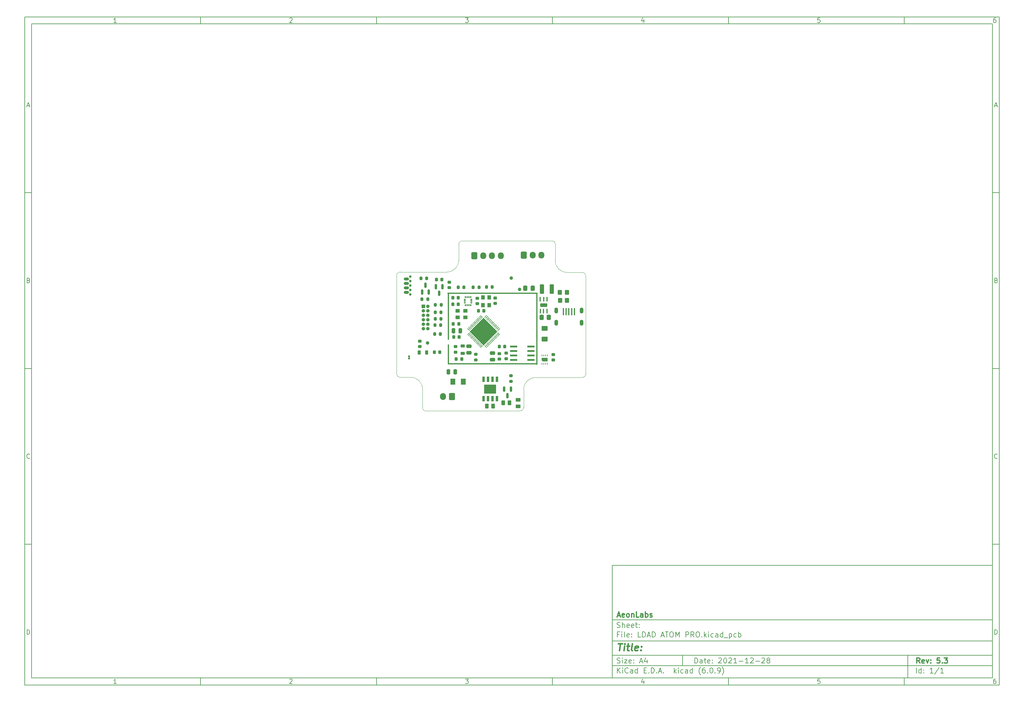
<source format=gbr>
G04 #@! TF.GenerationSoftware,KiCad,Pcbnew,(6.0.9)*
G04 #@! TF.CreationDate,2022-11-30T10:01:03+01:00*
G04 #@! TF.ProjectId,LDAD ATOM PRO,4c444144-2041-4544-9f4d-2050524f2e6b,5.3*
G04 #@! TF.SameCoordinates,Original*
G04 #@! TF.FileFunction,Soldermask,Top*
G04 #@! TF.FilePolarity,Negative*
%FSLAX46Y46*%
G04 Gerber Fmt 4.6, Leading zero omitted, Abs format (unit mm)*
G04 Created by KiCad (PCBNEW (6.0.9)) date 2022-11-30 10:01:03*
%MOMM*%
%LPD*%
G01*
G04 APERTURE LIST*
G04 Aperture macros list*
%AMRoundRect*
0 Rectangle with rounded corners*
0 $1 Rounding radius*
0 $2 $3 $4 $5 $6 $7 $8 $9 X,Y pos of 4 corners*
0 Add a 4 corners polygon primitive as box body*
4,1,4,$2,$3,$4,$5,$6,$7,$8,$9,$2,$3,0*
0 Add four circle primitives for the rounded corners*
1,1,$1+$1,$2,$3*
1,1,$1+$1,$4,$5*
1,1,$1+$1,$6,$7*
1,1,$1+$1,$8,$9*
0 Add four rect primitives between the rounded corners*
20,1,$1+$1,$2,$3,$4,$5,0*
20,1,$1+$1,$4,$5,$6,$7,0*
20,1,$1+$1,$6,$7,$8,$9,0*
20,1,$1+$1,$8,$9,$2,$3,0*%
%AMRotRect*
0 Rectangle, with rotation*
0 The origin of the aperture is its center*
0 $1 length*
0 $2 width*
0 $3 Rotation angle, in degrees counterclockwise*
0 Add horizontal line*
21,1,$1,$2,0,0,$3*%
%AMFreePoly0*
4,1,6,0.500000,-0.850000,-0.500000,-0.850000,-0.500000,0.550000,-0.200000,0.850000,0.500000,0.850000,0.500000,-0.850000,0.500000,-0.850000,$1*%
G04 Aperture macros list end*
%ADD10C,0.100000*%
%ADD11C,0.150000*%
%ADD12C,0.300000*%
%ADD13C,0.400000*%
G04 #@! TA.AperFunction,Profile*
%ADD14C,0.120000*%
G04 #@! TD*
%ADD15RoundRect,0.225000X-0.250000X0.225000X-0.250000X-0.225000X0.250000X-0.225000X0.250000X0.225000X0*%
%ADD16RoundRect,0.250000X-0.262500X-0.450000X0.262500X-0.450000X0.262500X0.450000X-0.262500X0.450000X0*%
%ADD17RoundRect,0.250000X0.475000X-0.250000X0.475000X0.250000X-0.475000X0.250000X-0.475000X-0.250000X0*%
%ADD18RoundRect,0.250000X0.350000X0.450000X-0.350000X0.450000X-0.350000X-0.450000X0.350000X-0.450000X0*%
%ADD19RoundRect,0.200000X-0.200000X-0.275000X0.200000X-0.275000X0.200000X0.275000X-0.200000X0.275000X0*%
%ADD20R,1.300000X1.000000*%
%ADD21RoundRect,0.225000X0.225000X0.250000X-0.225000X0.250000X-0.225000X-0.250000X0.225000X-0.250000X0*%
%ADD22R,1.000000X1.000000*%
%ADD23O,1.000000X1.000000*%
%ADD24RoundRect,0.050000X-0.238649X-0.309359X0.309359X0.238649X0.238649X0.309359X-0.309359X-0.238649X0*%
%ADD25RoundRect,0.050000X0.238649X-0.309359X0.309359X-0.238649X-0.238649X0.309359X-0.309359X0.238649X0*%
%ADD26RotRect,5.600000X5.600000X45.000000*%
%ADD27RoundRect,0.250001X-0.624999X0.462499X-0.624999X-0.462499X0.624999X-0.462499X0.624999X0.462499X0*%
%ADD28RoundRect,0.200000X0.275000X-0.200000X0.275000X0.200000X-0.275000X0.200000X-0.275000X-0.200000X0*%
%ADD29RoundRect,0.200000X0.200000X0.275000X-0.200000X0.275000X-0.200000X-0.275000X0.200000X-0.275000X0*%
%ADD30RoundRect,0.225000X-0.225000X-0.250000X0.225000X-0.250000X0.225000X0.250000X-0.225000X0.250000X0*%
%ADD31R,0.400000X2.000000*%
%ADD32O,1.100000X1.700000*%
%ADD33RoundRect,0.225000X0.250000X-0.225000X0.250000X0.225000X-0.250000X0.225000X-0.250000X-0.225000X0*%
%ADD34R,0.250000X0.550000*%
%ADD35FreePoly0,90.000000*%
%ADD36RoundRect,0.250000X-0.450000X0.262500X-0.450000X-0.262500X0.450000X-0.262500X0.450000X0.262500X0*%
%ADD37RoundRect,0.250000X0.337500X0.475000X-0.337500X0.475000X-0.337500X-0.475000X0.337500X-0.475000X0*%
%ADD38C,1.000000*%
%ADD39RoundRect,0.250000X0.250000X0.475000X-0.250000X0.475000X-0.250000X-0.475000X0.250000X-0.475000X0*%
%ADD40RoundRect,0.250000X-0.600000X-0.725000X0.600000X-0.725000X0.600000X0.725000X-0.600000X0.725000X0*%
%ADD41O,1.700000X1.950000*%
%ADD42RoundRect,0.250000X-0.375000X-1.075000X0.375000X-1.075000X0.375000X1.075000X-0.375000X1.075000X0*%
%ADD43RoundRect,0.150000X-0.150000X0.587500X-0.150000X-0.587500X0.150000X-0.587500X0.150000X0.587500X0*%
%ADD44RoundRect,0.150000X0.150000X-0.587500X0.150000X0.587500X-0.150000X0.587500X-0.150000X-0.587500X0*%
%ADD45RoundRect,0.218750X0.381250X-0.218750X0.381250X0.218750X-0.381250X0.218750X-0.381250X-0.218750X0*%
%ADD46R,25.500000X0.400000*%
%ADD47RoundRect,0.250000X-0.250000X-0.475000X0.250000X-0.475000X0.250000X0.475000X-0.250000X0.475000X0*%
%ADD48R,0.400000X20.500000*%
%ADD49RoundRect,0.100000X-0.100000X-0.550000X0.100000X-0.550000X0.100000X0.550000X-0.100000X0.550000X0*%
%ADD50RoundRect,0.262500X0.737500X0.262500X-0.737500X0.262500X-0.737500X-0.262500X0.737500X-0.262500X0*%
%ADD51RoundRect,0.100000X0.100000X0.550000X-0.100000X0.550000X-0.100000X-0.550000X0.100000X-0.550000X0*%
%ADD52R,0.700000X1.525000*%
%ADD53R,3.402000X2.513000*%
%ADD54RoundRect,0.218750X-0.218750X-0.381250X0.218750X-0.381250X0.218750X0.381250X-0.218750X0.381250X0*%
%ADD55RoundRect,0.250000X-0.350000X-0.450000X0.350000X-0.450000X0.350000X0.450000X-0.350000X0.450000X0*%
%ADD56RoundRect,0.250000X0.600000X0.750000X-0.600000X0.750000X-0.600000X-0.750000X0.600000X-0.750000X0*%
%ADD57O,1.700000X2.000000*%
%ADD58R,0.400000X5.700000*%
%ADD59R,0.500000X0.500000*%
%ADD60RoundRect,0.200000X-0.275000X0.200000X-0.275000X-0.200000X0.275000X-0.200000X0.275000X0.200000X0*%
%ADD61R,25.400000X0.400000*%
%ADD62RoundRect,0.250001X0.462499X0.624999X-0.462499X0.624999X-0.462499X-0.624999X0.462499X-0.624999X0*%
%ADD63R,0.400000X13.300000*%
%ADD64RoundRect,0.041300X0.948700X0.253700X-0.948700X0.253700X-0.948700X-0.253700X0.948700X-0.253700X0*%
%ADD65R,0.350000X0.580000*%
%ADD66R,0.580000X0.350000*%
%ADD67R,1.000000X1.300000*%
%ADD68RoundRect,0.250000X0.262500X0.450000X-0.262500X0.450000X-0.262500X-0.450000X0.262500X-0.450000X0*%
%ADD69C,0.700000*%
%ADD70O,1.500000X0.800000*%
G04 APERTURE END LIST*
D10*
D11*
X177002200Y-166007200D02*
X177002200Y-198007200D01*
X285002200Y-198007200D01*
X285002200Y-166007200D01*
X177002200Y-166007200D01*
D10*
D11*
X10000000Y-10000000D02*
X10000000Y-200007200D01*
X287002200Y-200007200D01*
X287002200Y-10000000D01*
X10000000Y-10000000D01*
D10*
D11*
X12000000Y-12000000D02*
X12000000Y-198007200D01*
X285002200Y-198007200D01*
X285002200Y-12000000D01*
X12000000Y-12000000D01*
D10*
D11*
X60000000Y-12000000D02*
X60000000Y-10000000D01*
D10*
D11*
X110000000Y-12000000D02*
X110000000Y-10000000D01*
D10*
D11*
X160000000Y-12000000D02*
X160000000Y-10000000D01*
D10*
D11*
X210000000Y-12000000D02*
X210000000Y-10000000D01*
D10*
D11*
X260000000Y-12000000D02*
X260000000Y-10000000D01*
D10*
D11*
X36065476Y-11588095D02*
X35322619Y-11588095D01*
X35694047Y-11588095D02*
X35694047Y-10288095D01*
X35570238Y-10473809D01*
X35446428Y-10597619D01*
X35322619Y-10659523D01*
D10*
D11*
X85322619Y-10411904D02*
X85384523Y-10350000D01*
X85508333Y-10288095D01*
X85817857Y-10288095D01*
X85941666Y-10350000D01*
X86003571Y-10411904D01*
X86065476Y-10535714D01*
X86065476Y-10659523D01*
X86003571Y-10845238D01*
X85260714Y-11588095D01*
X86065476Y-11588095D01*
D10*
D11*
X135260714Y-10288095D02*
X136065476Y-10288095D01*
X135632142Y-10783333D01*
X135817857Y-10783333D01*
X135941666Y-10845238D01*
X136003571Y-10907142D01*
X136065476Y-11030952D01*
X136065476Y-11340476D01*
X136003571Y-11464285D01*
X135941666Y-11526190D01*
X135817857Y-11588095D01*
X135446428Y-11588095D01*
X135322619Y-11526190D01*
X135260714Y-11464285D01*
D10*
D11*
X185941666Y-10721428D02*
X185941666Y-11588095D01*
X185632142Y-10226190D02*
X185322619Y-11154761D01*
X186127380Y-11154761D01*
D10*
D11*
X236003571Y-10288095D02*
X235384523Y-10288095D01*
X235322619Y-10907142D01*
X235384523Y-10845238D01*
X235508333Y-10783333D01*
X235817857Y-10783333D01*
X235941666Y-10845238D01*
X236003571Y-10907142D01*
X236065476Y-11030952D01*
X236065476Y-11340476D01*
X236003571Y-11464285D01*
X235941666Y-11526190D01*
X235817857Y-11588095D01*
X235508333Y-11588095D01*
X235384523Y-11526190D01*
X235322619Y-11464285D01*
D10*
D11*
X285941666Y-10288095D02*
X285694047Y-10288095D01*
X285570238Y-10350000D01*
X285508333Y-10411904D01*
X285384523Y-10597619D01*
X285322619Y-10845238D01*
X285322619Y-11340476D01*
X285384523Y-11464285D01*
X285446428Y-11526190D01*
X285570238Y-11588095D01*
X285817857Y-11588095D01*
X285941666Y-11526190D01*
X286003571Y-11464285D01*
X286065476Y-11340476D01*
X286065476Y-11030952D01*
X286003571Y-10907142D01*
X285941666Y-10845238D01*
X285817857Y-10783333D01*
X285570238Y-10783333D01*
X285446428Y-10845238D01*
X285384523Y-10907142D01*
X285322619Y-11030952D01*
D10*
D11*
X60000000Y-198007200D02*
X60000000Y-200007200D01*
D10*
D11*
X110000000Y-198007200D02*
X110000000Y-200007200D01*
D10*
D11*
X160000000Y-198007200D02*
X160000000Y-200007200D01*
D10*
D11*
X210000000Y-198007200D02*
X210000000Y-200007200D01*
D10*
D11*
X260000000Y-198007200D02*
X260000000Y-200007200D01*
D10*
D11*
X36065476Y-199595295D02*
X35322619Y-199595295D01*
X35694047Y-199595295D02*
X35694047Y-198295295D01*
X35570238Y-198481009D01*
X35446428Y-198604819D01*
X35322619Y-198666723D01*
D10*
D11*
X85322619Y-198419104D02*
X85384523Y-198357200D01*
X85508333Y-198295295D01*
X85817857Y-198295295D01*
X85941666Y-198357200D01*
X86003571Y-198419104D01*
X86065476Y-198542914D01*
X86065476Y-198666723D01*
X86003571Y-198852438D01*
X85260714Y-199595295D01*
X86065476Y-199595295D01*
D10*
D11*
X135260714Y-198295295D02*
X136065476Y-198295295D01*
X135632142Y-198790533D01*
X135817857Y-198790533D01*
X135941666Y-198852438D01*
X136003571Y-198914342D01*
X136065476Y-199038152D01*
X136065476Y-199347676D01*
X136003571Y-199471485D01*
X135941666Y-199533390D01*
X135817857Y-199595295D01*
X135446428Y-199595295D01*
X135322619Y-199533390D01*
X135260714Y-199471485D01*
D10*
D11*
X185941666Y-198728628D02*
X185941666Y-199595295D01*
X185632142Y-198233390D02*
X185322619Y-199161961D01*
X186127380Y-199161961D01*
D10*
D11*
X236003571Y-198295295D02*
X235384523Y-198295295D01*
X235322619Y-198914342D01*
X235384523Y-198852438D01*
X235508333Y-198790533D01*
X235817857Y-198790533D01*
X235941666Y-198852438D01*
X236003571Y-198914342D01*
X236065476Y-199038152D01*
X236065476Y-199347676D01*
X236003571Y-199471485D01*
X235941666Y-199533390D01*
X235817857Y-199595295D01*
X235508333Y-199595295D01*
X235384523Y-199533390D01*
X235322619Y-199471485D01*
D10*
D11*
X285941666Y-198295295D02*
X285694047Y-198295295D01*
X285570238Y-198357200D01*
X285508333Y-198419104D01*
X285384523Y-198604819D01*
X285322619Y-198852438D01*
X285322619Y-199347676D01*
X285384523Y-199471485D01*
X285446428Y-199533390D01*
X285570238Y-199595295D01*
X285817857Y-199595295D01*
X285941666Y-199533390D01*
X286003571Y-199471485D01*
X286065476Y-199347676D01*
X286065476Y-199038152D01*
X286003571Y-198914342D01*
X285941666Y-198852438D01*
X285817857Y-198790533D01*
X285570238Y-198790533D01*
X285446428Y-198852438D01*
X285384523Y-198914342D01*
X285322619Y-199038152D01*
D10*
D11*
X10000000Y-60000000D02*
X12000000Y-60000000D01*
D10*
D11*
X10000000Y-110000000D02*
X12000000Y-110000000D01*
D10*
D11*
X10000000Y-160000000D02*
X12000000Y-160000000D01*
D10*
D11*
X10690476Y-35216666D02*
X11309523Y-35216666D01*
X10566666Y-35588095D02*
X11000000Y-34288095D01*
X11433333Y-35588095D01*
D10*
D11*
X11092857Y-84907142D02*
X11278571Y-84969047D01*
X11340476Y-85030952D01*
X11402380Y-85154761D01*
X11402380Y-85340476D01*
X11340476Y-85464285D01*
X11278571Y-85526190D01*
X11154761Y-85588095D01*
X10659523Y-85588095D01*
X10659523Y-84288095D01*
X11092857Y-84288095D01*
X11216666Y-84350000D01*
X11278571Y-84411904D01*
X11340476Y-84535714D01*
X11340476Y-84659523D01*
X11278571Y-84783333D01*
X11216666Y-84845238D01*
X11092857Y-84907142D01*
X10659523Y-84907142D01*
D10*
D11*
X11402380Y-135464285D02*
X11340476Y-135526190D01*
X11154761Y-135588095D01*
X11030952Y-135588095D01*
X10845238Y-135526190D01*
X10721428Y-135402380D01*
X10659523Y-135278571D01*
X10597619Y-135030952D01*
X10597619Y-134845238D01*
X10659523Y-134597619D01*
X10721428Y-134473809D01*
X10845238Y-134350000D01*
X11030952Y-134288095D01*
X11154761Y-134288095D01*
X11340476Y-134350000D01*
X11402380Y-134411904D01*
D10*
D11*
X10659523Y-185588095D02*
X10659523Y-184288095D01*
X10969047Y-184288095D01*
X11154761Y-184350000D01*
X11278571Y-184473809D01*
X11340476Y-184597619D01*
X11402380Y-184845238D01*
X11402380Y-185030952D01*
X11340476Y-185278571D01*
X11278571Y-185402380D01*
X11154761Y-185526190D01*
X10969047Y-185588095D01*
X10659523Y-185588095D01*
D10*
D11*
X287002200Y-60000000D02*
X285002200Y-60000000D01*
D10*
D11*
X287002200Y-110000000D02*
X285002200Y-110000000D01*
D10*
D11*
X287002200Y-160000000D02*
X285002200Y-160000000D01*
D10*
D11*
X285692676Y-35216666D02*
X286311723Y-35216666D01*
X285568866Y-35588095D02*
X286002200Y-34288095D01*
X286435533Y-35588095D01*
D10*
D11*
X286095057Y-84907142D02*
X286280771Y-84969047D01*
X286342676Y-85030952D01*
X286404580Y-85154761D01*
X286404580Y-85340476D01*
X286342676Y-85464285D01*
X286280771Y-85526190D01*
X286156961Y-85588095D01*
X285661723Y-85588095D01*
X285661723Y-84288095D01*
X286095057Y-84288095D01*
X286218866Y-84350000D01*
X286280771Y-84411904D01*
X286342676Y-84535714D01*
X286342676Y-84659523D01*
X286280771Y-84783333D01*
X286218866Y-84845238D01*
X286095057Y-84907142D01*
X285661723Y-84907142D01*
D10*
D11*
X286404580Y-135464285D02*
X286342676Y-135526190D01*
X286156961Y-135588095D01*
X286033152Y-135588095D01*
X285847438Y-135526190D01*
X285723628Y-135402380D01*
X285661723Y-135278571D01*
X285599819Y-135030952D01*
X285599819Y-134845238D01*
X285661723Y-134597619D01*
X285723628Y-134473809D01*
X285847438Y-134350000D01*
X286033152Y-134288095D01*
X286156961Y-134288095D01*
X286342676Y-134350000D01*
X286404580Y-134411904D01*
D10*
D11*
X285661723Y-185588095D02*
X285661723Y-184288095D01*
X285971247Y-184288095D01*
X286156961Y-184350000D01*
X286280771Y-184473809D01*
X286342676Y-184597619D01*
X286404580Y-184845238D01*
X286404580Y-185030952D01*
X286342676Y-185278571D01*
X286280771Y-185402380D01*
X286156961Y-185526190D01*
X285971247Y-185588095D01*
X285661723Y-185588095D01*
D10*
D11*
X200434342Y-193785771D02*
X200434342Y-192285771D01*
X200791485Y-192285771D01*
X201005771Y-192357200D01*
X201148628Y-192500057D01*
X201220057Y-192642914D01*
X201291485Y-192928628D01*
X201291485Y-193142914D01*
X201220057Y-193428628D01*
X201148628Y-193571485D01*
X201005771Y-193714342D01*
X200791485Y-193785771D01*
X200434342Y-193785771D01*
X202577200Y-193785771D02*
X202577200Y-193000057D01*
X202505771Y-192857200D01*
X202362914Y-192785771D01*
X202077200Y-192785771D01*
X201934342Y-192857200D01*
X202577200Y-193714342D02*
X202434342Y-193785771D01*
X202077200Y-193785771D01*
X201934342Y-193714342D01*
X201862914Y-193571485D01*
X201862914Y-193428628D01*
X201934342Y-193285771D01*
X202077200Y-193214342D01*
X202434342Y-193214342D01*
X202577200Y-193142914D01*
X203077200Y-192785771D02*
X203648628Y-192785771D01*
X203291485Y-192285771D02*
X203291485Y-193571485D01*
X203362914Y-193714342D01*
X203505771Y-193785771D01*
X203648628Y-193785771D01*
X204720057Y-193714342D02*
X204577200Y-193785771D01*
X204291485Y-193785771D01*
X204148628Y-193714342D01*
X204077200Y-193571485D01*
X204077200Y-193000057D01*
X204148628Y-192857200D01*
X204291485Y-192785771D01*
X204577200Y-192785771D01*
X204720057Y-192857200D01*
X204791485Y-193000057D01*
X204791485Y-193142914D01*
X204077200Y-193285771D01*
X205434342Y-193642914D02*
X205505771Y-193714342D01*
X205434342Y-193785771D01*
X205362914Y-193714342D01*
X205434342Y-193642914D01*
X205434342Y-193785771D01*
X205434342Y-192857200D02*
X205505771Y-192928628D01*
X205434342Y-193000057D01*
X205362914Y-192928628D01*
X205434342Y-192857200D01*
X205434342Y-193000057D01*
X207220057Y-192428628D02*
X207291485Y-192357200D01*
X207434342Y-192285771D01*
X207791485Y-192285771D01*
X207934342Y-192357200D01*
X208005771Y-192428628D01*
X208077200Y-192571485D01*
X208077200Y-192714342D01*
X208005771Y-192928628D01*
X207148628Y-193785771D01*
X208077200Y-193785771D01*
X209005771Y-192285771D02*
X209148628Y-192285771D01*
X209291485Y-192357200D01*
X209362914Y-192428628D01*
X209434342Y-192571485D01*
X209505771Y-192857200D01*
X209505771Y-193214342D01*
X209434342Y-193500057D01*
X209362914Y-193642914D01*
X209291485Y-193714342D01*
X209148628Y-193785771D01*
X209005771Y-193785771D01*
X208862914Y-193714342D01*
X208791485Y-193642914D01*
X208720057Y-193500057D01*
X208648628Y-193214342D01*
X208648628Y-192857200D01*
X208720057Y-192571485D01*
X208791485Y-192428628D01*
X208862914Y-192357200D01*
X209005771Y-192285771D01*
X210077200Y-192428628D02*
X210148628Y-192357200D01*
X210291485Y-192285771D01*
X210648628Y-192285771D01*
X210791485Y-192357200D01*
X210862914Y-192428628D01*
X210934342Y-192571485D01*
X210934342Y-192714342D01*
X210862914Y-192928628D01*
X210005771Y-193785771D01*
X210934342Y-193785771D01*
X212362914Y-193785771D02*
X211505771Y-193785771D01*
X211934342Y-193785771D02*
X211934342Y-192285771D01*
X211791485Y-192500057D01*
X211648628Y-192642914D01*
X211505771Y-192714342D01*
X213005771Y-193214342D02*
X214148628Y-193214342D01*
X215648628Y-193785771D02*
X214791485Y-193785771D01*
X215220057Y-193785771D02*
X215220057Y-192285771D01*
X215077200Y-192500057D01*
X214934342Y-192642914D01*
X214791485Y-192714342D01*
X216220057Y-192428628D02*
X216291485Y-192357200D01*
X216434342Y-192285771D01*
X216791485Y-192285771D01*
X216934342Y-192357200D01*
X217005771Y-192428628D01*
X217077200Y-192571485D01*
X217077200Y-192714342D01*
X217005771Y-192928628D01*
X216148628Y-193785771D01*
X217077200Y-193785771D01*
X217720057Y-193214342D02*
X218862914Y-193214342D01*
X219505771Y-192428628D02*
X219577200Y-192357200D01*
X219720057Y-192285771D01*
X220077200Y-192285771D01*
X220220057Y-192357200D01*
X220291485Y-192428628D01*
X220362914Y-192571485D01*
X220362914Y-192714342D01*
X220291485Y-192928628D01*
X219434342Y-193785771D01*
X220362914Y-193785771D01*
X221220057Y-192928628D02*
X221077200Y-192857200D01*
X221005771Y-192785771D01*
X220934342Y-192642914D01*
X220934342Y-192571485D01*
X221005771Y-192428628D01*
X221077200Y-192357200D01*
X221220057Y-192285771D01*
X221505771Y-192285771D01*
X221648628Y-192357200D01*
X221720057Y-192428628D01*
X221791485Y-192571485D01*
X221791485Y-192642914D01*
X221720057Y-192785771D01*
X221648628Y-192857200D01*
X221505771Y-192928628D01*
X221220057Y-192928628D01*
X221077200Y-193000057D01*
X221005771Y-193071485D01*
X220934342Y-193214342D01*
X220934342Y-193500057D01*
X221005771Y-193642914D01*
X221077200Y-193714342D01*
X221220057Y-193785771D01*
X221505771Y-193785771D01*
X221648628Y-193714342D01*
X221720057Y-193642914D01*
X221791485Y-193500057D01*
X221791485Y-193214342D01*
X221720057Y-193071485D01*
X221648628Y-193000057D01*
X221505771Y-192928628D01*
D10*
D11*
X177002200Y-194507200D02*
X285002200Y-194507200D01*
D10*
D11*
X178434342Y-196585771D02*
X178434342Y-195085771D01*
X179291485Y-196585771D02*
X178648628Y-195728628D01*
X179291485Y-195085771D02*
X178434342Y-195942914D01*
X179934342Y-196585771D02*
X179934342Y-195585771D01*
X179934342Y-195085771D02*
X179862914Y-195157200D01*
X179934342Y-195228628D01*
X180005771Y-195157200D01*
X179934342Y-195085771D01*
X179934342Y-195228628D01*
X181505771Y-196442914D02*
X181434342Y-196514342D01*
X181220057Y-196585771D01*
X181077200Y-196585771D01*
X180862914Y-196514342D01*
X180720057Y-196371485D01*
X180648628Y-196228628D01*
X180577200Y-195942914D01*
X180577200Y-195728628D01*
X180648628Y-195442914D01*
X180720057Y-195300057D01*
X180862914Y-195157200D01*
X181077200Y-195085771D01*
X181220057Y-195085771D01*
X181434342Y-195157200D01*
X181505771Y-195228628D01*
X182791485Y-196585771D02*
X182791485Y-195800057D01*
X182720057Y-195657200D01*
X182577200Y-195585771D01*
X182291485Y-195585771D01*
X182148628Y-195657200D01*
X182791485Y-196514342D02*
X182648628Y-196585771D01*
X182291485Y-196585771D01*
X182148628Y-196514342D01*
X182077200Y-196371485D01*
X182077200Y-196228628D01*
X182148628Y-196085771D01*
X182291485Y-196014342D01*
X182648628Y-196014342D01*
X182791485Y-195942914D01*
X184148628Y-196585771D02*
X184148628Y-195085771D01*
X184148628Y-196514342D02*
X184005771Y-196585771D01*
X183720057Y-196585771D01*
X183577200Y-196514342D01*
X183505771Y-196442914D01*
X183434342Y-196300057D01*
X183434342Y-195871485D01*
X183505771Y-195728628D01*
X183577200Y-195657200D01*
X183720057Y-195585771D01*
X184005771Y-195585771D01*
X184148628Y-195657200D01*
X186005771Y-195800057D02*
X186505771Y-195800057D01*
X186720057Y-196585771D02*
X186005771Y-196585771D01*
X186005771Y-195085771D01*
X186720057Y-195085771D01*
X187362914Y-196442914D02*
X187434342Y-196514342D01*
X187362914Y-196585771D01*
X187291485Y-196514342D01*
X187362914Y-196442914D01*
X187362914Y-196585771D01*
X188077200Y-196585771D02*
X188077200Y-195085771D01*
X188434342Y-195085771D01*
X188648628Y-195157200D01*
X188791485Y-195300057D01*
X188862914Y-195442914D01*
X188934342Y-195728628D01*
X188934342Y-195942914D01*
X188862914Y-196228628D01*
X188791485Y-196371485D01*
X188648628Y-196514342D01*
X188434342Y-196585771D01*
X188077200Y-196585771D01*
X189577200Y-196442914D02*
X189648628Y-196514342D01*
X189577200Y-196585771D01*
X189505771Y-196514342D01*
X189577200Y-196442914D01*
X189577200Y-196585771D01*
X190220057Y-196157200D02*
X190934342Y-196157200D01*
X190077200Y-196585771D02*
X190577200Y-195085771D01*
X191077200Y-196585771D01*
X191577200Y-196442914D02*
X191648628Y-196514342D01*
X191577200Y-196585771D01*
X191505771Y-196514342D01*
X191577200Y-196442914D01*
X191577200Y-196585771D01*
X194577200Y-196585771D02*
X194577200Y-195085771D01*
X194720057Y-196014342D02*
X195148628Y-196585771D01*
X195148628Y-195585771D02*
X194577200Y-196157200D01*
X195791485Y-196585771D02*
X195791485Y-195585771D01*
X195791485Y-195085771D02*
X195720057Y-195157200D01*
X195791485Y-195228628D01*
X195862914Y-195157200D01*
X195791485Y-195085771D01*
X195791485Y-195228628D01*
X197148628Y-196514342D02*
X197005771Y-196585771D01*
X196720057Y-196585771D01*
X196577200Y-196514342D01*
X196505771Y-196442914D01*
X196434342Y-196300057D01*
X196434342Y-195871485D01*
X196505771Y-195728628D01*
X196577200Y-195657200D01*
X196720057Y-195585771D01*
X197005771Y-195585771D01*
X197148628Y-195657200D01*
X198434342Y-196585771D02*
X198434342Y-195800057D01*
X198362914Y-195657200D01*
X198220057Y-195585771D01*
X197934342Y-195585771D01*
X197791485Y-195657200D01*
X198434342Y-196514342D02*
X198291485Y-196585771D01*
X197934342Y-196585771D01*
X197791485Y-196514342D01*
X197720057Y-196371485D01*
X197720057Y-196228628D01*
X197791485Y-196085771D01*
X197934342Y-196014342D01*
X198291485Y-196014342D01*
X198434342Y-195942914D01*
X199791485Y-196585771D02*
X199791485Y-195085771D01*
X199791485Y-196514342D02*
X199648628Y-196585771D01*
X199362914Y-196585771D01*
X199220057Y-196514342D01*
X199148628Y-196442914D01*
X199077200Y-196300057D01*
X199077200Y-195871485D01*
X199148628Y-195728628D01*
X199220057Y-195657200D01*
X199362914Y-195585771D01*
X199648628Y-195585771D01*
X199791485Y-195657200D01*
X202077200Y-197157200D02*
X202005771Y-197085771D01*
X201862914Y-196871485D01*
X201791485Y-196728628D01*
X201720057Y-196514342D01*
X201648628Y-196157200D01*
X201648628Y-195871485D01*
X201720057Y-195514342D01*
X201791485Y-195300057D01*
X201862914Y-195157200D01*
X202005771Y-194942914D01*
X202077200Y-194871485D01*
X203291485Y-195085771D02*
X203005771Y-195085771D01*
X202862914Y-195157200D01*
X202791485Y-195228628D01*
X202648628Y-195442914D01*
X202577200Y-195728628D01*
X202577200Y-196300057D01*
X202648628Y-196442914D01*
X202720057Y-196514342D01*
X202862914Y-196585771D01*
X203148628Y-196585771D01*
X203291485Y-196514342D01*
X203362914Y-196442914D01*
X203434342Y-196300057D01*
X203434342Y-195942914D01*
X203362914Y-195800057D01*
X203291485Y-195728628D01*
X203148628Y-195657200D01*
X202862914Y-195657200D01*
X202720057Y-195728628D01*
X202648628Y-195800057D01*
X202577200Y-195942914D01*
X204077200Y-196442914D02*
X204148628Y-196514342D01*
X204077200Y-196585771D01*
X204005771Y-196514342D01*
X204077200Y-196442914D01*
X204077200Y-196585771D01*
X205077200Y-195085771D02*
X205220057Y-195085771D01*
X205362914Y-195157200D01*
X205434342Y-195228628D01*
X205505771Y-195371485D01*
X205577200Y-195657200D01*
X205577200Y-196014342D01*
X205505771Y-196300057D01*
X205434342Y-196442914D01*
X205362914Y-196514342D01*
X205220057Y-196585771D01*
X205077200Y-196585771D01*
X204934342Y-196514342D01*
X204862914Y-196442914D01*
X204791485Y-196300057D01*
X204720057Y-196014342D01*
X204720057Y-195657200D01*
X204791485Y-195371485D01*
X204862914Y-195228628D01*
X204934342Y-195157200D01*
X205077200Y-195085771D01*
X206220057Y-196442914D02*
X206291485Y-196514342D01*
X206220057Y-196585771D01*
X206148628Y-196514342D01*
X206220057Y-196442914D01*
X206220057Y-196585771D01*
X207005771Y-196585771D02*
X207291485Y-196585771D01*
X207434342Y-196514342D01*
X207505771Y-196442914D01*
X207648628Y-196228628D01*
X207720057Y-195942914D01*
X207720057Y-195371485D01*
X207648628Y-195228628D01*
X207577200Y-195157200D01*
X207434342Y-195085771D01*
X207148628Y-195085771D01*
X207005771Y-195157200D01*
X206934342Y-195228628D01*
X206862914Y-195371485D01*
X206862914Y-195728628D01*
X206934342Y-195871485D01*
X207005771Y-195942914D01*
X207148628Y-196014342D01*
X207434342Y-196014342D01*
X207577200Y-195942914D01*
X207648628Y-195871485D01*
X207720057Y-195728628D01*
X208220057Y-197157200D02*
X208291485Y-197085771D01*
X208434342Y-196871485D01*
X208505771Y-196728628D01*
X208577200Y-196514342D01*
X208648628Y-196157200D01*
X208648628Y-195871485D01*
X208577200Y-195514342D01*
X208505771Y-195300057D01*
X208434342Y-195157200D01*
X208291485Y-194942914D01*
X208220057Y-194871485D01*
D10*
D11*
X177002200Y-191507200D02*
X285002200Y-191507200D01*
D10*
D12*
X264411485Y-193785771D02*
X263911485Y-193071485D01*
X263554342Y-193785771D02*
X263554342Y-192285771D01*
X264125771Y-192285771D01*
X264268628Y-192357200D01*
X264340057Y-192428628D01*
X264411485Y-192571485D01*
X264411485Y-192785771D01*
X264340057Y-192928628D01*
X264268628Y-193000057D01*
X264125771Y-193071485D01*
X263554342Y-193071485D01*
X265625771Y-193714342D02*
X265482914Y-193785771D01*
X265197200Y-193785771D01*
X265054342Y-193714342D01*
X264982914Y-193571485D01*
X264982914Y-193000057D01*
X265054342Y-192857200D01*
X265197200Y-192785771D01*
X265482914Y-192785771D01*
X265625771Y-192857200D01*
X265697200Y-193000057D01*
X265697200Y-193142914D01*
X264982914Y-193285771D01*
X266197200Y-192785771D02*
X266554342Y-193785771D01*
X266911485Y-192785771D01*
X267482914Y-193642914D02*
X267554342Y-193714342D01*
X267482914Y-193785771D01*
X267411485Y-193714342D01*
X267482914Y-193642914D01*
X267482914Y-193785771D01*
X267482914Y-192857200D02*
X267554342Y-192928628D01*
X267482914Y-193000057D01*
X267411485Y-192928628D01*
X267482914Y-192857200D01*
X267482914Y-193000057D01*
X270054342Y-192285771D02*
X269340057Y-192285771D01*
X269268628Y-193000057D01*
X269340057Y-192928628D01*
X269482914Y-192857200D01*
X269840057Y-192857200D01*
X269982914Y-192928628D01*
X270054342Y-193000057D01*
X270125771Y-193142914D01*
X270125771Y-193500057D01*
X270054342Y-193642914D01*
X269982914Y-193714342D01*
X269840057Y-193785771D01*
X269482914Y-193785771D01*
X269340057Y-193714342D01*
X269268628Y-193642914D01*
X270768628Y-193642914D02*
X270840057Y-193714342D01*
X270768628Y-193785771D01*
X270697200Y-193714342D01*
X270768628Y-193642914D01*
X270768628Y-193785771D01*
X271340057Y-192285771D02*
X272268628Y-192285771D01*
X271768628Y-192857200D01*
X271982914Y-192857200D01*
X272125771Y-192928628D01*
X272197200Y-193000057D01*
X272268628Y-193142914D01*
X272268628Y-193500057D01*
X272197200Y-193642914D01*
X272125771Y-193714342D01*
X271982914Y-193785771D01*
X271554342Y-193785771D01*
X271411485Y-193714342D01*
X271340057Y-193642914D01*
D10*
D11*
X178362914Y-193714342D02*
X178577200Y-193785771D01*
X178934342Y-193785771D01*
X179077200Y-193714342D01*
X179148628Y-193642914D01*
X179220057Y-193500057D01*
X179220057Y-193357200D01*
X179148628Y-193214342D01*
X179077200Y-193142914D01*
X178934342Y-193071485D01*
X178648628Y-193000057D01*
X178505771Y-192928628D01*
X178434342Y-192857200D01*
X178362914Y-192714342D01*
X178362914Y-192571485D01*
X178434342Y-192428628D01*
X178505771Y-192357200D01*
X178648628Y-192285771D01*
X179005771Y-192285771D01*
X179220057Y-192357200D01*
X179862914Y-193785771D02*
X179862914Y-192785771D01*
X179862914Y-192285771D02*
X179791485Y-192357200D01*
X179862914Y-192428628D01*
X179934342Y-192357200D01*
X179862914Y-192285771D01*
X179862914Y-192428628D01*
X180434342Y-192785771D02*
X181220057Y-192785771D01*
X180434342Y-193785771D01*
X181220057Y-193785771D01*
X182362914Y-193714342D02*
X182220057Y-193785771D01*
X181934342Y-193785771D01*
X181791485Y-193714342D01*
X181720057Y-193571485D01*
X181720057Y-193000057D01*
X181791485Y-192857200D01*
X181934342Y-192785771D01*
X182220057Y-192785771D01*
X182362914Y-192857200D01*
X182434342Y-193000057D01*
X182434342Y-193142914D01*
X181720057Y-193285771D01*
X183077200Y-193642914D02*
X183148628Y-193714342D01*
X183077200Y-193785771D01*
X183005771Y-193714342D01*
X183077200Y-193642914D01*
X183077200Y-193785771D01*
X183077200Y-192857200D02*
X183148628Y-192928628D01*
X183077200Y-193000057D01*
X183005771Y-192928628D01*
X183077200Y-192857200D01*
X183077200Y-193000057D01*
X184862914Y-193357200D02*
X185577200Y-193357200D01*
X184720057Y-193785771D02*
X185220057Y-192285771D01*
X185720057Y-193785771D01*
X186862914Y-192785771D02*
X186862914Y-193785771D01*
X186505771Y-192214342D02*
X186148628Y-193285771D01*
X187077200Y-193285771D01*
D10*
D11*
X263434342Y-196585771D02*
X263434342Y-195085771D01*
X264791485Y-196585771D02*
X264791485Y-195085771D01*
X264791485Y-196514342D02*
X264648628Y-196585771D01*
X264362914Y-196585771D01*
X264220057Y-196514342D01*
X264148628Y-196442914D01*
X264077200Y-196300057D01*
X264077200Y-195871485D01*
X264148628Y-195728628D01*
X264220057Y-195657200D01*
X264362914Y-195585771D01*
X264648628Y-195585771D01*
X264791485Y-195657200D01*
X265505771Y-196442914D02*
X265577200Y-196514342D01*
X265505771Y-196585771D01*
X265434342Y-196514342D01*
X265505771Y-196442914D01*
X265505771Y-196585771D01*
X265505771Y-195657200D02*
X265577200Y-195728628D01*
X265505771Y-195800057D01*
X265434342Y-195728628D01*
X265505771Y-195657200D01*
X265505771Y-195800057D01*
X268148628Y-196585771D02*
X267291485Y-196585771D01*
X267720057Y-196585771D02*
X267720057Y-195085771D01*
X267577200Y-195300057D01*
X267434342Y-195442914D01*
X267291485Y-195514342D01*
X269862914Y-195014342D02*
X268577200Y-196942914D01*
X271148628Y-196585771D02*
X270291485Y-196585771D01*
X270720057Y-196585771D02*
X270720057Y-195085771D01*
X270577200Y-195300057D01*
X270434342Y-195442914D01*
X270291485Y-195514342D01*
D10*
D11*
X177002200Y-187507200D02*
X285002200Y-187507200D01*
D10*
D13*
X178714580Y-188211961D02*
X179857438Y-188211961D01*
X179036009Y-190211961D02*
X179286009Y-188211961D01*
X180274104Y-190211961D02*
X180440771Y-188878628D01*
X180524104Y-188211961D02*
X180416961Y-188307200D01*
X180500295Y-188402438D01*
X180607438Y-188307200D01*
X180524104Y-188211961D01*
X180500295Y-188402438D01*
X181107438Y-188878628D02*
X181869342Y-188878628D01*
X181476485Y-188211961D02*
X181262200Y-189926247D01*
X181333628Y-190116723D01*
X181512200Y-190211961D01*
X181702676Y-190211961D01*
X182655057Y-190211961D02*
X182476485Y-190116723D01*
X182405057Y-189926247D01*
X182619342Y-188211961D01*
X184190771Y-190116723D02*
X183988390Y-190211961D01*
X183607438Y-190211961D01*
X183428866Y-190116723D01*
X183357438Y-189926247D01*
X183452676Y-189164342D01*
X183571723Y-188973866D01*
X183774104Y-188878628D01*
X184155057Y-188878628D01*
X184333628Y-188973866D01*
X184405057Y-189164342D01*
X184381247Y-189354819D01*
X183405057Y-189545295D01*
X185155057Y-190021485D02*
X185238390Y-190116723D01*
X185131247Y-190211961D01*
X185047914Y-190116723D01*
X185155057Y-190021485D01*
X185131247Y-190211961D01*
X185286009Y-188973866D02*
X185369342Y-189069104D01*
X185262200Y-189164342D01*
X185178866Y-189069104D01*
X185286009Y-188973866D01*
X185262200Y-189164342D01*
D10*
D11*
X178934342Y-185600057D02*
X178434342Y-185600057D01*
X178434342Y-186385771D02*
X178434342Y-184885771D01*
X179148628Y-184885771D01*
X179720057Y-186385771D02*
X179720057Y-185385771D01*
X179720057Y-184885771D02*
X179648628Y-184957200D01*
X179720057Y-185028628D01*
X179791485Y-184957200D01*
X179720057Y-184885771D01*
X179720057Y-185028628D01*
X180648628Y-186385771D02*
X180505771Y-186314342D01*
X180434342Y-186171485D01*
X180434342Y-184885771D01*
X181791485Y-186314342D02*
X181648628Y-186385771D01*
X181362914Y-186385771D01*
X181220057Y-186314342D01*
X181148628Y-186171485D01*
X181148628Y-185600057D01*
X181220057Y-185457200D01*
X181362914Y-185385771D01*
X181648628Y-185385771D01*
X181791485Y-185457200D01*
X181862914Y-185600057D01*
X181862914Y-185742914D01*
X181148628Y-185885771D01*
X182505771Y-186242914D02*
X182577200Y-186314342D01*
X182505771Y-186385771D01*
X182434342Y-186314342D01*
X182505771Y-186242914D01*
X182505771Y-186385771D01*
X182505771Y-185457200D02*
X182577200Y-185528628D01*
X182505771Y-185600057D01*
X182434342Y-185528628D01*
X182505771Y-185457200D01*
X182505771Y-185600057D01*
X185077200Y-186385771D02*
X184362914Y-186385771D01*
X184362914Y-184885771D01*
X185577200Y-186385771D02*
X185577200Y-184885771D01*
X185934342Y-184885771D01*
X186148628Y-184957200D01*
X186291485Y-185100057D01*
X186362914Y-185242914D01*
X186434342Y-185528628D01*
X186434342Y-185742914D01*
X186362914Y-186028628D01*
X186291485Y-186171485D01*
X186148628Y-186314342D01*
X185934342Y-186385771D01*
X185577200Y-186385771D01*
X187005771Y-185957200D02*
X187720057Y-185957200D01*
X186862914Y-186385771D02*
X187362914Y-184885771D01*
X187862914Y-186385771D01*
X188362914Y-186385771D02*
X188362914Y-184885771D01*
X188720057Y-184885771D01*
X188934342Y-184957200D01*
X189077200Y-185100057D01*
X189148628Y-185242914D01*
X189220057Y-185528628D01*
X189220057Y-185742914D01*
X189148628Y-186028628D01*
X189077200Y-186171485D01*
X188934342Y-186314342D01*
X188720057Y-186385771D01*
X188362914Y-186385771D01*
X190934342Y-185957200D02*
X191648628Y-185957200D01*
X190791485Y-186385771D02*
X191291485Y-184885771D01*
X191791485Y-186385771D01*
X192077200Y-184885771D02*
X192934342Y-184885771D01*
X192505771Y-186385771D02*
X192505771Y-184885771D01*
X193720057Y-184885771D02*
X194005771Y-184885771D01*
X194148628Y-184957200D01*
X194291485Y-185100057D01*
X194362914Y-185385771D01*
X194362914Y-185885771D01*
X194291485Y-186171485D01*
X194148628Y-186314342D01*
X194005771Y-186385771D01*
X193720057Y-186385771D01*
X193577200Y-186314342D01*
X193434342Y-186171485D01*
X193362914Y-185885771D01*
X193362914Y-185385771D01*
X193434342Y-185100057D01*
X193577200Y-184957200D01*
X193720057Y-184885771D01*
X195005771Y-186385771D02*
X195005771Y-184885771D01*
X195505771Y-185957200D01*
X196005771Y-184885771D01*
X196005771Y-186385771D01*
X197862914Y-186385771D02*
X197862914Y-184885771D01*
X198434342Y-184885771D01*
X198577200Y-184957200D01*
X198648628Y-185028628D01*
X198720057Y-185171485D01*
X198720057Y-185385771D01*
X198648628Y-185528628D01*
X198577200Y-185600057D01*
X198434342Y-185671485D01*
X197862914Y-185671485D01*
X200220057Y-186385771D02*
X199720057Y-185671485D01*
X199362914Y-186385771D02*
X199362914Y-184885771D01*
X199934342Y-184885771D01*
X200077200Y-184957200D01*
X200148628Y-185028628D01*
X200220057Y-185171485D01*
X200220057Y-185385771D01*
X200148628Y-185528628D01*
X200077200Y-185600057D01*
X199934342Y-185671485D01*
X199362914Y-185671485D01*
X201148628Y-184885771D02*
X201434342Y-184885771D01*
X201577200Y-184957200D01*
X201720057Y-185100057D01*
X201791485Y-185385771D01*
X201791485Y-185885771D01*
X201720057Y-186171485D01*
X201577200Y-186314342D01*
X201434342Y-186385771D01*
X201148628Y-186385771D01*
X201005771Y-186314342D01*
X200862914Y-186171485D01*
X200791485Y-185885771D01*
X200791485Y-185385771D01*
X200862914Y-185100057D01*
X201005771Y-184957200D01*
X201148628Y-184885771D01*
X202434342Y-186242914D02*
X202505771Y-186314342D01*
X202434342Y-186385771D01*
X202362914Y-186314342D01*
X202434342Y-186242914D01*
X202434342Y-186385771D01*
X203148628Y-186385771D02*
X203148628Y-184885771D01*
X203291485Y-185814342D02*
X203720057Y-186385771D01*
X203720057Y-185385771D02*
X203148628Y-185957200D01*
X204362914Y-186385771D02*
X204362914Y-185385771D01*
X204362914Y-184885771D02*
X204291485Y-184957200D01*
X204362914Y-185028628D01*
X204434342Y-184957200D01*
X204362914Y-184885771D01*
X204362914Y-185028628D01*
X205720057Y-186314342D02*
X205577200Y-186385771D01*
X205291485Y-186385771D01*
X205148628Y-186314342D01*
X205077200Y-186242914D01*
X205005771Y-186100057D01*
X205005771Y-185671485D01*
X205077200Y-185528628D01*
X205148628Y-185457200D01*
X205291485Y-185385771D01*
X205577200Y-185385771D01*
X205720057Y-185457200D01*
X207005771Y-186385771D02*
X207005771Y-185600057D01*
X206934342Y-185457200D01*
X206791485Y-185385771D01*
X206505771Y-185385771D01*
X206362914Y-185457200D01*
X207005771Y-186314342D02*
X206862914Y-186385771D01*
X206505771Y-186385771D01*
X206362914Y-186314342D01*
X206291485Y-186171485D01*
X206291485Y-186028628D01*
X206362914Y-185885771D01*
X206505771Y-185814342D01*
X206862914Y-185814342D01*
X207005771Y-185742914D01*
X208362914Y-186385771D02*
X208362914Y-184885771D01*
X208362914Y-186314342D02*
X208220057Y-186385771D01*
X207934342Y-186385771D01*
X207791485Y-186314342D01*
X207720057Y-186242914D01*
X207648628Y-186100057D01*
X207648628Y-185671485D01*
X207720057Y-185528628D01*
X207791485Y-185457200D01*
X207934342Y-185385771D01*
X208220057Y-185385771D01*
X208362914Y-185457200D01*
X208720057Y-186528628D02*
X209862914Y-186528628D01*
X210220057Y-185385771D02*
X210220057Y-186885771D01*
X210220057Y-185457200D02*
X210362914Y-185385771D01*
X210648628Y-185385771D01*
X210791485Y-185457200D01*
X210862914Y-185528628D01*
X210934342Y-185671485D01*
X210934342Y-186100057D01*
X210862914Y-186242914D01*
X210791485Y-186314342D01*
X210648628Y-186385771D01*
X210362914Y-186385771D01*
X210220057Y-186314342D01*
X212220057Y-186314342D02*
X212077200Y-186385771D01*
X211791485Y-186385771D01*
X211648628Y-186314342D01*
X211577200Y-186242914D01*
X211505771Y-186100057D01*
X211505771Y-185671485D01*
X211577200Y-185528628D01*
X211648628Y-185457200D01*
X211791485Y-185385771D01*
X212077200Y-185385771D01*
X212220057Y-185457200D01*
X212862914Y-186385771D02*
X212862914Y-184885771D01*
X212862914Y-185457200D02*
X213005771Y-185385771D01*
X213291485Y-185385771D01*
X213434342Y-185457200D01*
X213505771Y-185528628D01*
X213577200Y-185671485D01*
X213577200Y-186100057D01*
X213505771Y-186242914D01*
X213434342Y-186314342D01*
X213291485Y-186385771D01*
X213005771Y-186385771D01*
X212862914Y-186314342D01*
D10*
D11*
X177002200Y-181507200D02*
X285002200Y-181507200D01*
D10*
D11*
X178362914Y-183614342D02*
X178577200Y-183685771D01*
X178934342Y-183685771D01*
X179077200Y-183614342D01*
X179148628Y-183542914D01*
X179220057Y-183400057D01*
X179220057Y-183257200D01*
X179148628Y-183114342D01*
X179077200Y-183042914D01*
X178934342Y-182971485D01*
X178648628Y-182900057D01*
X178505771Y-182828628D01*
X178434342Y-182757200D01*
X178362914Y-182614342D01*
X178362914Y-182471485D01*
X178434342Y-182328628D01*
X178505771Y-182257200D01*
X178648628Y-182185771D01*
X179005771Y-182185771D01*
X179220057Y-182257200D01*
X179862914Y-183685771D02*
X179862914Y-182185771D01*
X180505771Y-183685771D02*
X180505771Y-182900057D01*
X180434342Y-182757200D01*
X180291485Y-182685771D01*
X180077200Y-182685771D01*
X179934342Y-182757200D01*
X179862914Y-182828628D01*
X181791485Y-183614342D02*
X181648628Y-183685771D01*
X181362914Y-183685771D01*
X181220057Y-183614342D01*
X181148628Y-183471485D01*
X181148628Y-182900057D01*
X181220057Y-182757200D01*
X181362914Y-182685771D01*
X181648628Y-182685771D01*
X181791485Y-182757200D01*
X181862914Y-182900057D01*
X181862914Y-183042914D01*
X181148628Y-183185771D01*
X183077200Y-183614342D02*
X182934342Y-183685771D01*
X182648628Y-183685771D01*
X182505771Y-183614342D01*
X182434342Y-183471485D01*
X182434342Y-182900057D01*
X182505771Y-182757200D01*
X182648628Y-182685771D01*
X182934342Y-182685771D01*
X183077200Y-182757200D01*
X183148628Y-182900057D01*
X183148628Y-183042914D01*
X182434342Y-183185771D01*
X183577200Y-182685771D02*
X184148628Y-182685771D01*
X183791485Y-182185771D02*
X183791485Y-183471485D01*
X183862914Y-183614342D01*
X184005771Y-183685771D01*
X184148628Y-183685771D01*
X184648628Y-183542914D02*
X184720057Y-183614342D01*
X184648628Y-183685771D01*
X184577200Y-183614342D01*
X184648628Y-183542914D01*
X184648628Y-183685771D01*
X184648628Y-182757200D02*
X184720057Y-182828628D01*
X184648628Y-182900057D01*
X184577200Y-182828628D01*
X184648628Y-182757200D01*
X184648628Y-182900057D01*
D10*
D12*
X178482914Y-180257200D02*
X179197200Y-180257200D01*
X178340057Y-180685771D02*
X178840057Y-179185771D01*
X179340057Y-180685771D01*
X180411485Y-180614342D02*
X180268628Y-180685771D01*
X179982914Y-180685771D01*
X179840057Y-180614342D01*
X179768628Y-180471485D01*
X179768628Y-179900057D01*
X179840057Y-179757200D01*
X179982914Y-179685771D01*
X180268628Y-179685771D01*
X180411485Y-179757200D01*
X180482914Y-179900057D01*
X180482914Y-180042914D01*
X179768628Y-180185771D01*
X181340057Y-180685771D02*
X181197200Y-180614342D01*
X181125771Y-180542914D01*
X181054342Y-180400057D01*
X181054342Y-179971485D01*
X181125771Y-179828628D01*
X181197200Y-179757200D01*
X181340057Y-179685771D01*
X181554342Y-179685771D01*
X181697200Y-179757200D01*
X181768628Y-179828628D01*
X181840057Y-179971485D01*
X181840057Y-180400057D01*
X181768628Y-180542914D01*
X181697200Y-180614342D01*
X181554342Y-180685771D01*
X181340057Y-180685771D01*
X182482914Y-179685771D02*
X182482914Y-180685771D01*
X182482914Y-179828628D02*
X182554342Y-179757200D01*
X182697200Y-179685771D01*
X182911485Y-179685771D01*
X183054342Y-179757200D01*
X183125771Y-179900057D01*
X183125771Y-180685771D01*
X184554342Y-180685771D02*
X183840057Y-180685771D01*
X183840057Y-179185771D01*
X185697200Y-180685771D02*
X185697200Y-179900057D01*
X185625771Y-179757200D01*
X185482914Y-179685771D01*
X185197200Y-179685771D01*
X185054342Y-179757200D01*
X185697200Y-180614342D02*
X185554342Y-180685771D01*
X185197200Y-180685771D01*
X185054342Y-180614342D01*
X184982914Y-180471485D01*
X184982914Y-180328628D01*
X185054342Y-180185771D01*
X185197200Y-180114342D01*
X185554342Y-180114342D01*
X185697200Y-180042914D01*
X186411485Y-180685771D02*
X186411485Y-179185771D01*
X186411485Y-179757200D02*
X186554342Y-179685771D01*
X186840057Y-179685771D01*
X186982914Y-179757200D01*
X187054342Y-179828628D01*
X187125771Y-179971485D01*
X187125771Y-180400057D01*
X187054342Y-180542914D01*
X186982914Y-180614342D01*
X186840057Y-180685771D01*
X186554342Y-180685771D01*
X186411485Y-180614342D01*
X187697200Y-180614342D02*
X187840057Y-180685771D01*
X188125771Y-180685771D01*
X188268628Y-180614342D01*
X188340057Y-180471485D01*
X188340057Y-180400057D01*
X188268628Y-180257200D01*
X188125771Y-180185771D01*
X187911485Y-180185771D01*
X187768628Y-180114342D01*
X187697200Y-179971485D01*
X187697200Y-179900057D01*
X187768628Y-179757200D01*
X187911485Y-179685771D01*
X188125771Y-179685771D01*
X188268628Y-179757200D01*
D10*
D11*
D10*
D11*
D10*
D11*
D10*
D11*
D10*
D11*
X197002200Y-191507200D02*
X197002200Y-194507200D01*
D10*
D11*
X261002200Y-191507200D02*
X261002200Y-198007200D01*
D14*
G04 #@! TO.C,G\u002A\u002A\u002A*
X160787671Y-74711851D02*
X160776866Y-79300755D01*
X133369724Y-74646254D02*
X133358919Y-79235158D01*
X169409371Y-83672874D02*
X169413426Y-111599452D01*
X164086708Y-82643099D02*
X168448275Y-82646023D01*
X115706575Y-83505000D02*
X115726417Y-111467344D01*
X116687513Y-112494195D02*
X119756575Y-112495000D01*
X168386575Y-112560548D02*
X155153427Y-112589452D01*
X116733426Y-82543904D02*
X130016575Y-82545000D01*
X123045479Y-121048149D02*
X123066417Y-115837344D01*
X151803426Y-121083904D02*
X151811083Y-115899294D01*
X124006575Y-122075000D02*
X150776575Y-122045000D01*
X134406575Y-73695000D02*
X159826575Y-73685000D01*
X116733426Y-82543903D02*
G75*
G03*
X115706575Y-83505000I-16851J-1011097D01*
G01*
X123045478Y-121048149D02*
G75*
G03*
X124006575Y-122075000I1011097J-16851D01*
G01*
X123066417Y-115837344D02*
G75*
G03*
X119756575Y-112495000I-3309842J32344D01*
G01*
X155153427Y-112589446D02*
G75*
G03*
X151811083Y-115899294I-32342J-3309844D01*
G01*
X168386575Y-112560548D02*
G75*
G03*
X169413426Y-111599452I16850J1011098D01*
G01*
X130016575Y-82545000D02*
G75*
G03*
X133358919Y-79235158I32344J3309842D01*
G01*
X160787672Y-74711851D02*
G75*
G03*
X159826575Y-73685000I-1011097J16851D01*
G01*
X150776575Y-122044998D02*
G75*
G03*
X151803426Y-121083904I16850J1011098D01*
G01*
X160776864Y-79300755D02*
G75*
G03*
X164086708Y-82643099I3309841J-32345D01*
G01*
X134396575Y-73694999D02*
G75*
G03*
X133369724Y-74656096I-16851J-1011097D01*
G01*
X169409348Y-83672874D02*
G75*
G03*
X168448275Y-82646023I-1011073J16874D01*
G01*
X115726416Y-111467344D02*
G75*
G03*
X116687513Y-112494195I1011097J-16851D01*
G01*
G04 #@! TD*
D15*
G04 #@! TO.C,EC20*
X132490000Y-103765000D03*
X132490000Y-105315000D03*
G04 #@! TD*
D16*
G04 #@! TO.C,MR1*
X145977500Y-119770000D03*
X147802500Y-119770000D03*
G04 #@! TD*
D17*
G04 #@! TO.C,EC18*
X142960000Y-107490000D03*
X142960000Y-105590000D03*
G04 #@! TD*
D15*
G04 #@! TO.C,AUC1*
X146860000Y-105625000D03*
X146860000Y-107175000D03*
G04 #@! TD*
D18*
G04 #@! TO.C,AR1*
X164100000Y-88360000D03*
X162100000Y-88360000D03*
G04 #@! TD*
D19*
G04 #@! TO.C,LR1*
X141215000Y-86810000D03*
X142865000Y-86810000D03*
G04 #@! TD*
D20*
G04 #@! TO.C,ECY3*
X133020000Y-95412500D03*
X135220000Y-95412500D03*
X135220000Y-93612500D03*
X133020000Y-93612500D03*
G04 #@! TD*
D21*
G04 #@! TO.C,EC60*
X133255000Y-91730000D03*
X131705000Y-91730000D03*
G04 #@! TD*
G04 #@! TO.C,EC61*
X133355000Y-97350000D03*
X131805000Y-97350000D03*
G04 #@! TD*
D22*
G04 #@! TO.C,J1*
X123305000Y-92325000D03*
D23*
X124575000Y-92325000D03*
X123305000Y-93595000D03*
X124575000Y-93595000D03*
X123305000Y-94865000D03*
X124575000Y-94865000D03*
X123305000Y-96135000D03*
X124575000Y-96135000D03*
X123305000Y-97405000D03*
X124575000Y-97405000D03*
X123305000Y-98675000D03*
X124575000Y-98675000D03*
G04 #@! TD*
D24*
G04 #@! TO.C,ESP32S3*
X136180894Y-100062202D03*
X136463737Y-100345045D03*
X136746579Y-100627887D03*
X137029422Y-100910730D03*
X137312265Y-101193573D03*
X137595107Y-101476415D03*
X137877950Y-101759258D03*
X138160793Y-102042101D03*
X138443636Y-102324944D03*
X138726478Y-102607786D03*
X139009321Y-102890629D03*
X139292164Y-103173472D03*
X139575006Y-103456314D03*
X139857849Y-103739157D03*
D25*
X141042253Y-103739157D03*
X141325096Y-103456314D03*
X141607938Y-103173472D03*
X141890781Y-102890629D03*
X142173624Y-102607786D03*
X142456466Y-102324944D03*
X142739309Y-102042101D03*
X143022152Y-101759258D03*
X143304995Y-101476415D03*
X143587837Y-101193573D03*
X143870680Y-100910730D03*
X144153523Y-100627887D03*
X144436365Y-100345045D03*
X144719208Y-100062202D03*
D24*
X144719208Y-98877798D03*
X144436365Y-98594955D03*
X144153523Y-98312113D03*
X143870680Y-98029270D03*
X143587837Y-97746427D03*
X143304995Y-97463585D03*
X143022152Y-97180742D03*
X142739309Y-96897899D03*
X142456466Y-96615056D03*
X142173624Y-96332214D03*
X141890781Y-96049371D03*
X141607938Y-95766528D03*
X141325096Y-95483686D03*
X141042253Y-95200843D03*
D25*
X139857849Y-95200843D03*
X139575006Y-95483686D03*
X139292164Y-95766528D03*
X139009321Y-96049371D03*
X138726478Y-96332214D03*
X138443636Y-96615056D03*
X138160793Y-96897899D03*
X137877950Y-97180742D03*
X137595107Y-97463585D03*
X137312265Y-97746427D03*
X137029422Y-98029270D03*
X136746579Y-98312113D03*
X136463737Y-98594955D03*
X136180894Y-98877798D03*
D26*
X140450051Y-99470000D03*
G04 #@! TD*
D27*
G04 #@! TO.C,HLD1*
X157790000Y-98615000D03*
X157790000Y-101590000D03*
G04 #@! TD*
D28*
G04 #@! TO.C,ER1*
X138220000Y-107567500D03*
X138220000Y-105917500D03*
G04 #@! TD*
D29*
G04 #@! TO.C,ER3*
X124575000Y-90310000D03*
X122925000Y-90310000D03*
G04 #@! TD*
D30*
G04 #@! TO.C,EC38*
X126415000Y-105320000D03*
X127965000Y-105320000D03*
G04 #@! TD*
D31*
G04 #@! TO.C,J2*
X163060000Y-93825000D03*
X163860000Y-93825000D03*
X164665000Y-93830000D03*
X165455000Y-93820000D03*
X166235000Y-93830000D03*
D32*
X168230000Y-93490000D03*
X168250000Y-96970000D03*
X161030000Y-96970000D03*
X161040000Y-93500000D03*
G04 #@! TD*
D33*
G04 #@! TO.C,SHC1*
X160220000Y-107585000D03*
X160220000Y-106035000D03*
G04 #@! TD*
D34*
G04 #@! TO.C,SH1*
X157010000Y-108635000D03*
X157510000Y-108635000D03*
X158010000Y-108635000D03*
X158510000Y-108635000D03*
X158510000Y-106285000D03*
X158010000Y-106285000D03*
X157510000Y-106285000D03*
X157010000Y-106285000D03*
D35*
X157760000Y-107460000D03*
G04 #@! TD*
D30*
G04 #@! TO.C,EC26*
X144875000Y-103770000D03*
X146425000Y-103770000D03*
G04 #@! TD*
D36*
G04 #@! TO.C,MR2*
X150230000Y-118927500D03*
X150230000Y-120752500D03*
G04 #@! TD*
D37*
G04 #@! TO.C,AC1*
X154357500Y-87190000D03*
X152282500Y-87190000D03*
G04 #@! TD*
D15*
G04 #@! TO.C,MCPC2*
X130640000Y-85455000D03*
X130640000Y-87005000D03*
G04 #@! TD*
D17*
G04 #@! TO.C,EC40*
X136280000Y-105520000D03*
X136280000Y-103620000D03*
G04 #@! TD*
D38*
G04 #@! TO.C,TP2*
X150660000Y-87530000D03*
G04 #@! TD*
D33*
G04 #@! TO.C,EC17*
X144870000Y-107295000D03*
X144870000Y-105745000D03*
G04 #@! TD*
D39*
G04 #@! TO.C,TPC1*
X132340000Y-110960000D03*
X130440000Y-110960000D03*
G04 #@! TD*
D40*
G04 #@! TO.C,I2C1*
X151850000Y-77720000D03*
D41*
X154350000Y-77720000D03*
X156850000Y-77720000D03*
G04 #@! TD*
D42*
G04 #@! TO.C,AL1*
X157020000Y-87400000D03*
X159820000Y-87400000D03*
G04 #@! TD*
D19*
G04 #@! TO.C,ICR1*
X133175000Y-86890000D03*
X134825000Y-86890000D03*
G04 #@! TD*
D30*
G04 #@! TO.C,EC16*
X138975000Y-93570000D03*
X140525000Y-93570000D03*
G04 #@! TD*
G04 #@! TO.C,IMUC1*
X131685000Y-89870000D03*
X133235000Y-89870000D03*
G04 #@! TD*
D43*
G04 #@! TO.C,U1*
X128730000Y-86722500D03*
X126830000Y-86722500D03*
X127780000Y-88597500D03*
G04 #@! TD*
D44*
G04 #@! TO.C,Q5*
X122970000Y-88217500D03*
X124870000Y-88217500D03*
X123920000Y-86342500D03*
G04 #@! TD*
D33*
G04 #@! TO.C,EC51*
X143720000Y-91475000D03*
X143720000Y-89925000D03*
G04 #@! TD*
D30*
G04 #@! TO.C,EC15*
X131925000Y-101070000D03*
X133475000Y-101070000D03*
G04 #@! TD*
D38*
G04 #@! TO.C,TP3*
X124450000Y-102705000D03*
G04 #@! TD*
D19*
G04 #@! TO.C,IDR1*
X137455000Y-86900000D03*
X139105000Y-86900000D03*
G04 #@! TD*
G04 #@! TO.C,QR1*
X122625000Y-84360000D03*
X124275000Y-84360000D03*
G04 #@! TD*
D45*
G04 #@! TO.C,L2*
X134480000Y-105672500D03*
X134480000Y-103547500D03*
G04 #@! TD*
D37*
G04 #@! TO.C,AC2*
X158987500Y-95470000D03*
X156912500Y-95470000D03*
G04 #@! TD*
D21*
G04 #@! TO.C,EC19*
X134205000Y-107260000D03*
X132655000Y-107260000D03*
G04 #@! TD*
D46*
G04 #@! TO.C,*
X142930000Y-108670000D03*
G04 #@! TD*
D47*
G04 #@! TO.C,EC14*
X131880000Y-99220000D03*
X133780000Y-99220000D03*
G04 #@! TD*
D48*
G04 #@! TO.C,REF\u002A\u002A*
X155530000Y-98650000D03*
G04 #@! TD*
D43*
G04 #@! TO.C,PWDSWT1*
X148170000Y-115820000D03*
X146270000Y-115820000D03*
X147220000Y-117695000D03*
G04 #@! TD*
D49*
G04 #@! TO.C,AU1*
X158440000Y-90290000D03*
X157500000Y-90295000D03*
D50*
X157475000Y-92010000D03*
D49*
X156515000Y-90295000D03*
D51*
X156545000Y-93685000D03*
X157460000Y-93680000D03*
X158420000Y-93680000D03*
G04 #@! TD*
D40*
G04 #@! TO.C,I2C2*
X137810000Y-77890000D03*
D41*
X140310000Y-77890000D03*
X142810000Y-77890000D03*
X145310000Y-77890000D03*
G04 #@! TD*
D29*
G04 #@! TO.C,EXP_R3*
X128255000Y-97680000D03*
X126605000Y-97680000D03*
G04 #@! TD*
D33*
G04 #@! TO.C,EC50*
X138620000Y-91575000D03*
X138620000Y-90025000D03*
G04 #@! TD*
D29*
G04 #@! TO.C,EXP_R4*
X128145000Y-100180000D03*
X126495000Y-100180000D03*
G04 #@! TD*
D33*
G04 #@! TO.C,EC37*
X122320000Y-103735000D03*
X122320000Y-102185000D03*
G04 #@! TD*
D52*
G04 #@! TO.C,TPU1*
X140375000Y-118522000D03*
X141645000Y-118522000D03*
X142915000Y-118522000D03*
X144185000Y-118522000D03*
X144185000Y-113098000D03*
X142915000Y-113098000D03*
X141645000Y-113098000D03*
X140375000Y-113098000D03*
D53*
X142280000Y-115810000D03*
G04 #@! TD*
D21*
G04 #@! TO.C,MCPC1*
X128595000Y-84680000D03*
X127045000Y-84680000D03*
G04 #@! TD*
D54*
G04 #@! TO.C,EL4*
X122087500Y-105430000D03*
X124212500Y-105430000D03*
G04 #@! TD*
D55*
G04 #@! TO.C,AR2*
X162130000Y-90620000D03*
X164130000Y-90620000D03*
G04 #@! TD*
D56*
G04 #@! TO.C,J3*
X131420000Y-117950000D03*
D57*
X128920000Y-117950000D03*
G04 #@! TD*
D58*
G04 #@! TO.C,*
X130430000Y-105980000D03*
G04 #@! TD*
D29*
G04 #@! TO.C,EXP_R2*
X128315000Y-95870000D03*
X126665000Y-95870000D03*
G04 #@! TD*
D59*
G04 #@! TO.C,REF\u002A\u002A*
X119205000Y-107135000D03*
X119210000Y-106510000D03*
G04 #@! TD*
D29*
G04 #@! TO.C,EXP_R1*
X128335000Y-94050000D03*
X126685000Y-94050000D03*
G04 #@! TD*
D60*
G04 #@! TO.C,PWSWR1*
X148200000Y-112015000D03*
X148200000Y-113665000D03*
G04 #@! TD*
D61*
G04 #@! TO.C,*
X142890000Y-88610000D03*
G04 #@! TD*
D62*
G04 #@! TO.C,F1*
X134627500Y-113740000D03*
X131652500Y-113740000D03*
G04 #@! TD*
D63*
G04 #@! TO.C,REF\u002A\u002A*
X130430000Y-95190000D03*
G04 #@! TD*
D64*
G04 #@! TO.C,U2*
X153870000Y-107585000D03*
X153870000Y-106315000D03*
X153870000Y-105045000D03*
X153870000Y-103775000D03*
X148930000Y-103775000D03*
X148930000Y-105045000D03*
X148930000Y-106315000D03*
X148930000Y-107585000D03*
G04 #@! TD*
D65*
G04 #@! TO.C,IMU1*
X136760000Y-89655000D03*
X136260000Y-89655000D03*
X135760000Y-89655000D03*
X135260000Y-89655000D03*
D66*
X135085000Y-90330000D03*
X135085000Y-90830000D03*
X135085000Y-91330000D03*
D65*
X135260000Y-92005000D03*
X135760000Y-92005000D03*
X136260000Y-92005000D03*
X136760000Y-92005000D03*
D66*
X136935000Y-91330000D03*
X136935000Y-90830000D03*
X136935000Y-90330000D03*
G04 #@! TD*
D19*
G04 #@! TO.C,ER2*
X126695000Y-91900000D03*
X128345000Y-91900000D03*
G04 #@! TD*
D67*
G04 #@! TO.C,ECY2*
X142060000Y-92000000D03*
X142060000Y-89800000D03*
X140260000Y-89800000D03*
X140260000Y-92000000D03*
G04 #@! TD*
D68*
G04 #@! TO.C,TPR3*
X143152500Y-120700000D03*
X141327500Y-120700000D03*
G04 #@! TD*
D38*
G04 #@! TO.C,TP1*
X148300000Y-84290000D03*
G04 #@! TD*
D69*
G04 #@! TO.C,ICSP1*
X119615500Y-87670000D03*
X119615500Y-86400000D03*
X119615500Y-88940000D03*
X119615500Y-83860000D03*
X119615500Y-85130000D03*
D70*
X118460500Y-88305000D03*
X118460500Y-87035000D03*
X118460500Y-85765000D03*
X118460500Y-84495000D03*
G04 #@! TD*
M02*

</source>
